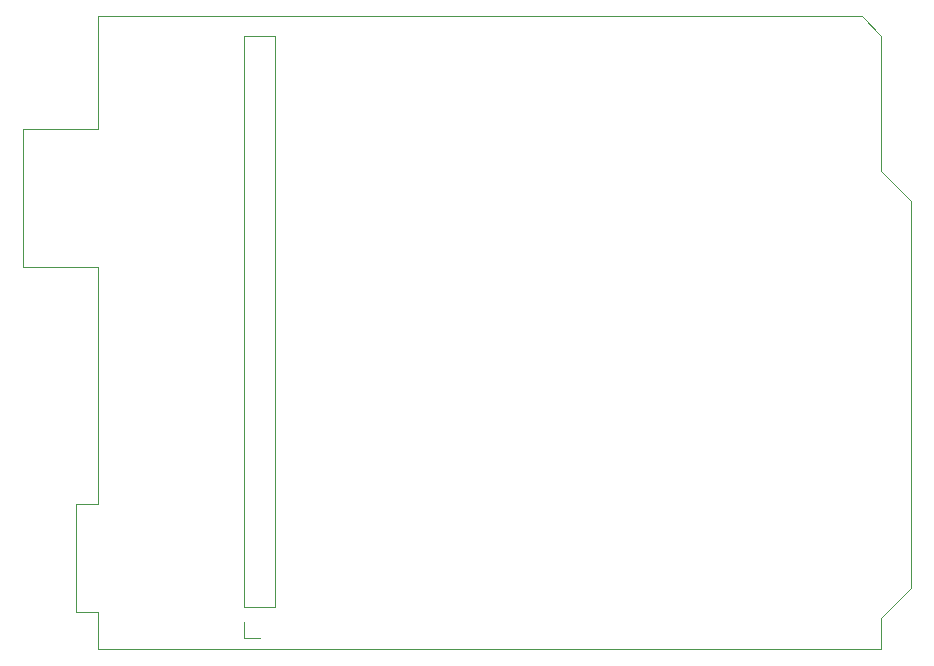
<source format=gbo>
G04 #@! TF.FileFunction,Legend,Bot*
%FSLAX46Y46*%
G04 Gerber Fmt 4.6, Leading zero omitted, Abs format (unit mm)*
G04 Created by KiCad (PCBNEW 4.0.7) date Thursday, May 17, 2018 'AMt' 08:01:50 AM*
%MOMM*%
%LPD*%
G01*
G04 APERTURE LIST*
%ADD10C,0.100000*%
%ADD11C,0.120000*%
G04 APERTURE END LIST*
D10*
D11*
X129734000Y-82688564D02*
X132394000Y-82688564D01*
X129734000Y-131008564D02*
X129734000Y-82688564D01*
X132394000Y-131008564D02*
X132394000Y-82688564D01*
X129734000Y-131008564D02*
X132394000Y-131008564D01*
X129734000Y-132278564D02*
X129734000Y-133608564D01*
X129734000Y-133608564D02*
X131064000Y-133608564D01*
X186223100Y-96612964D02*
X186223100Y-129382964D01*
X186223100Y-129382964D02*
X183683100Y-131922964D01*
X183683100Y-131922964D02*
X183683100Y-134592964D01*
X183683100Y-134592964D02*
X117383100Y-134592964D01*
X117383100Y-134592964D02*
X117383100Y-131412964D01*
X117383100Y-131412964D02*
X115483100Y-131412964D01*
X115483100Y-131412964D02*
X115483100Y-122272964D01*
X115483100Y-122272964D02*
X117383100Y-122272964D01*
X117383100Y-122272964D02*
X117383100Y-102202964D01*
X117383100Y-102202964D02*
X111033100Y-102202964D01*
X111033100Y-102202964D02*
X111033100Y-90522964D01*
X111033100Y-90522964D02*
X117383100Y-90522964D01*
X117383100Y-90522964D02*
X117383100Y-80992964D01*
X117383100Y-80992964D02*
X182033100Y-80992964D01*
X182033100Y-80992964D02*
X183683100Y-82642964D01*
X183683100Y-82642964D02*
X183683100Y-94072964D01*
X183683100Y-94072964D02*
X186223100Y-96612964D01*
M02*

</source>
